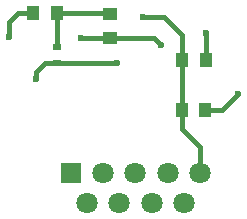
<source format=gbl>
G04*
G04 #@! TF.GenerationSoftware,Altium Limited,Altium Designer,18.1.7 (191)*
G04*
G04 Layer_Physical_Order=2*
G04 Layer_Color=16711680*
%FSLAX44Y44*%
%MOMM*%
G71*
G01*
G75*
%ADD17R,1.0000X1.3000*%
%ADD28C,0.4000*%
%ADD29C,1.8000*%
%ADD30R,1.8000X1.8000*%
%ADD31C,0.6000*%
%ADD32R,0.7000X0.6000*%
%ADD33R,1.3000X1.0000*%
D17*
X124500Y267000D02*
D03*
X144500D02*
D03*
X270500Y185000D02*
D03*
X250500D02*
D03*
X250750Y227000D02*
D03*
X270750D02*
D03*
D28*
X270750Y250000D02*
X270750Y250000D01*
Y227000D02*
Y250000D01*
X250500Y185000D02*
X250750Y185250D01*
Y227000D01*
Y248250D01*
X235000Y264000D02*
X250750Y248250D01*
X217500Y264000D02*
X235000D01*
X144750Y224250D02*
X195750D01*
X144500Y224500D02*
X144750Y224250D01*
X226750Y246250D02*
X233000Y240000D01*
X189500Y246250D02*
X226750D01*
X188750Y267000D02*
X189500Y266250D01*
X144500Y267000D02*
X188750D01*
X165500Y246250D02*
X189500D01*
X144500Y238500D02*
Y267000D01*
X111750D02*
X124500D01*
X104500Y259750D02*
X111750Y267000D01*
X104500Y246500D02*
Y259750D01*
X134750Y224500D02*
X144500D01*
X127000Y216750D02*
X134750Y224500D01*
X127000Y211000D02*
Y216750D01*
X250500Y168750D02*
Y185000D01*
Y168750D02*
X266000Y153250D01*
Y131400D02*
Y153250D01*
X284250Y185000D02*
X297750Y198500D01*
X270500Y185000D02*
X284250D01*
D29*
X252300Y106000D02*
D03*
X224900D02*
D03*
X197500D02*
D03*
X170100D02*
D03*
X266000Y131400D02*
D03*
X238600D02*
D03*
X211200D02*
D03*
X183800D02*
D03*
D30*
X156400D02*
D03*
D31*
X270750Y250000D02*
D03*
X217500Y264000D02*
D03*
X195750Y224250D02*
D03*
X233000Y240000D02*
D03*
X127000Y211000D02*
D03*
X297750Y198500D02*
D03*
X165500Y246250D02*
D03*
X104500Y246500D02*
D03*
D32*
X144500Y224500D02*
D03*
Y238500D02*
D03*
D33*
X189500Y246250D02*
D03*
Y266250D02*
D03*
M02*

</source>
